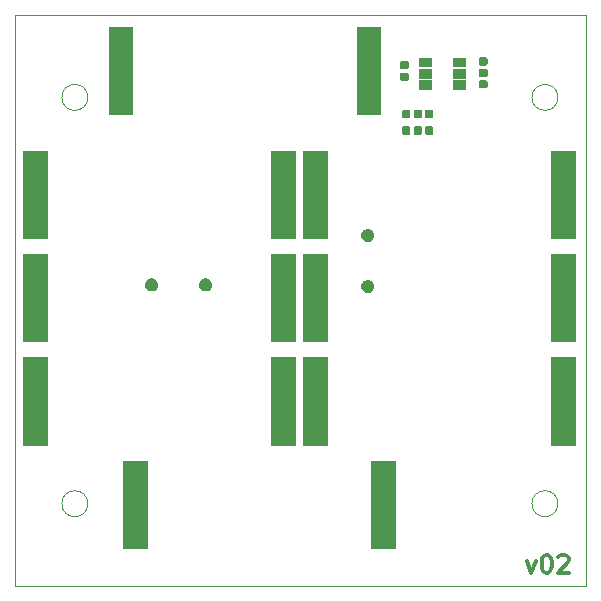
<source format=gbr>
%TF.GenerationSoftware,KiCad,Pcbnew,5.0.2-bee76a0~70~ubuntu18.04.1*%
%TF.CreationDate,2020-02-29T13:17:30-08:00*%
%TF.ProjectId,SolarCellX_v3,536f6c61-7243-4656-9c6c-585f76332e6b,rev?*%
%TF.SameCoordinates,Original*%
%TF.FileFunction,Soldermask,Top*%
%TF.FilePolarity,Negative*%
%FSLAX46Y46*%
G04 Gerber Fmt 4.6, Leading zero omitted, Abs format (unit mm)*
G04 Created by KiCad (PCBNEW 5.0.2-bee76a0~70~ubuntu18.04.1) date Sat 29 Feb 2020 01:17:30 PM PST*
%MOMM*%
%LPD*%
G01*
G04 APERTURE LIST*
%ADD10C,0.300000*%
%ADD11C,0.050000*%
%ADD12C,0.100000*%
G04 APERTURE END LIST*
D10*
X133405785Y-86229071D02*
X133762928Y-87229071D01*
X134120071Y-86229071D01*
X134977214Y-85729071D02*
X135120071Y-85729071D01*
X135262928Y-85800500D01*
X135334357Y-85871928D01*
X135405785Y-86014785D01*
X135477214Y-86300500D01*
X135477214Y-86657642D01*
X135405785Y-86943357D01*
X135334357Y-87086214D01*
X135262928Y-87157642D01*
X135120071Y-87229071D01*
X134977214Y-87229071D01*
X134834357Y-87157642D01*
X134762928Y-87086214D01*
X134691500Y-86943357D01*
X134620071Y-86657642D01*
X134620071Y-86300500D01*
X134691500Y-86014785D01*
X134762928Y-85871928D01*
X134834357Y-85800500D01*
X134977214Y-85729071D01*
X136048642Y-85871928D02*
X136120071Y-85800500D01*
X136262928Y-85729071D01*
X136620071Y-85729071D01*
X136762928Y-85800500D01*
X136834357Y-85871928D01*
X136905785Y-86014785D01*
X136905785Y-86157642D01*
X136834357Y-86371928D01*
X135977214Y-87229071D01*
X136905785Y-87229071D01*
D11*
X96200000Y-47000000D02*
G75*
G03X96200000Y-47000000I-1100000J0D01*
G01*
X96200000Y-81400000D02*
G75*
G03X96200000Y-81400000I-1100000J0D01*
G01*
X136000000Y-81400000D02*
G75*
G03X136000000Y-81400000I-1100000J0D01*
G01*
X136000000Y-47000000D02*
G75*
G03X136000000Y-47000000I-1100000J0D01*
G01*
X90000000Y-88400000D02*
X138400000Y-88400000D01*
X90000000Y-88400000D02*
X90000000Y-40000000D01*
X138400000Y-40000000D02*
X138400000Y-88400000D01*
X90000000Y-40000000D02*
X138400000Y-40000000D01*
D12*
G36*
X122299000Y-85249000D02*
X120201000Y-85249000D01*
X120201000Y-77751000D01*
X122299000Y-77751000D01*
X122299000Y-85249000D01*
X122299000Y-85249000D01*
G37*
G36*
X101299000Y-85249000D02*
X99201000Y-85249000D01*
X99201000Y-77751000D01*
X101299000Y-77751000D01*
X101299000Y-85249000D01*
X101299000Y-85249000D01*
G37*
G36*
X113799000Y-76499000D02*
X111701000Y-76499000D01*
X111701000Y-69001000D01*
X113799000Y-69001000D01*
X113799000Y-76499000D01*
X113799000Y-76499000D01*
G37*
G36*
X92799000Y-76499000D02*
X90701000Y-76499000D01*
X90701000Y-69001000D01*
X92799000Y-69001000D01*
X92799000Y-76499000D01*
X92799000Y-76499000D01*
G37*
G36*
X137549000Y-76499000D02*
X135451000Y-76499000D01*
X135451000Y-69001000D01*
X137549000Y-69001000D01*
X137549000Y-76499000D01*
X137549000Y-76499000D01*
G37*
G36*
X116549000Y-76499000D02*
X114451000Y-76499000D01*
X114451000Y-69001000D01*
X116549000Y-69001000D01*
X116549000Y-76499000D01*
X116549000Y-76499000D01*
G37*
G36*
X113799000Y-67749000D02*
X111701000Y-67749000D01*
X111701000Y-60251000D01*
X113799000Y-60251000D01*
X113799000Y-67749000D01*
X113799000Y-67749000D01*
G37*
G36*
X92799000Y-67749000D02*
X90701000Y-67749000D01*
X90701000Y-60251000D01*
X92799000Y-60251000D01*
X92799000Y-67749000D01*
X92799000Y-67749000D01*
G37*
G36*
X116549000Y-67749000D02*
X114451000Y-67749000D01*
X114451000Y-60251000D01*
X116549000Y-60251000D01*
X116549000Y-67749000D01*
X116549000Y-67749000D01*
G37*
G36*
X137549000Y-67749000D02*
X135451000Y-67749000D01*
X135451000Y-60251000D01*
X137549000Y-60251000D01*
X137549000Y-67749000D01*
X137549000Y-67749000D01*
G37*
G36*
X119995104Y-62453549D02*
X120048138Y-62464098D01*
X120148047Y-62505482D01*
X120148049Y-62505483D01*
X120237967Y-62565564D01*
X120314436Y-62642033D01*
X120356417Y-62704862D01*
X120374518Y-62731953D01*
X120415902Y-62831862D01*
X120437000Y-62937929D01*
X120437000Y-63046071D01*
X120415902Y-63152138D01*
X120374518Y-63252047D01*
X120374517Y-63252049D01*
X120314436Y-63341967D01*
X120237967Y-63418436D01*
X120148049Y-63478517D01*
X120148048Y-63478518D01*
X120148047Y-63478518D01*
X120048138Y-63519902D01*
X119995104Y-63530451D01*
X119942072Y-63541000D01*
X119833928Y-63541000D01*
X119780896Y-63530451D01*
X119727862Y-63519902D01*
X119627953Y-63478518D01*
X119627952Y-63478518D01*
X119627951Y-63478517D01*
X119538033Y-63418436D01*
X119461564Y-63341967D01*
X119401483Y-63252049D01*
X119401482Y-63252047D01*
X119360098Y-63152138D01*
X119339000Y-63046071D01*
X119339000Y-62937929D01*
X119360098Y-62831862D01*
X119401482Y-62731953D01*
X119419584Y-62704862D01*
X119461564Y-62642033D01*
X119538033Y-62565564D01*
X119627951Y-62505483D01*
X119627953Y-62505482D01*
X119727862Y-62464098D01*
X119780896Y-62453549D01*
X119833928Y-62443000D01*
X119942072Y-62443000D01*
X119995104Y-62453549D01*
X119995104Y-62453549D01*
G37*
G36*
X101707104Y-62326549D02*
X101760138Y-62337098D01*
X101860047Y-62378482D01*
X101860049Y-62378483D01*
X101949967Y-62438564D01*
X102026436Y-62515033D01*
X102060200Y-62565564D01*
X102086518Y-62604953D01*
X102127902Y-62704862D01*
X102149000Y-62810929D01*
X102149000Y-62919071D01*
X102127902Y-63025138D01*
X102086518Y-63125047D01*
X102086517Y-63125049D01*
X102026436Y-63214967D01*
X101949967Y-63291436D01*
X101860049Y-63351517D01*
X101860048Y-63351518D01*
X101860047Y-63351518D01*
X101760138Y-63392902D01*
X101654072Y-63414000D01*
X101545928Y-63414000D01*
X101439862Y-63392902D01*
X101339953Y-63351518D01*
X101339952Y-63351518D01*
X101339951Y-63351517D01*
X101250033Y-63291436D01*
X101173564Y-63214967D01*
X101113483Y-63125049D01*
X101113482Y-63125047D01*
X101072098Y-63025138D01*
X101051000Y-62919071D01*
X101051000Y-62810929D01*
X101072098Y-62704862D01*
X101113482Y-62604953D01*
X101139801Y-62565564D01*
X101173564Y-62515033D01*
X101250033Y-62438564D01*
X101339951Y-62378483D01*
X101339953Y-62378482D01*
X101439862Y-62337098D01*
X101492896Y-62326549D01*
X101545928Y-62316000D01*
X101654072Y-62316000D01*
X101707104Y-62326549D01*
X101707104Y-62326549D01*
G37*
G36*
X106279104Y-62326549D02*
X106332138Y-62337098D01*
X106432047Y-62378482D01*
X106432049Y-62378483D01*
X106521967Y-62438564D01*
X106598436Y-62515033D01*
X106632200Y-62565564D01*
X106658518Y-62604953D01*
X106699902Y-62704862D01*
X106721000Y-62810929D01*
X106721000Y-62919071D01*
X106699902Y-63025138D01*
X106658518Y-63125047D01*
X106658517Y-63125049D01*
X106598436Y-63214967D01*
X106521967Y-63291436D01*
X106432049Y-63351517D01*
X106432048Y-63351518D01*
X106432047Y-63351518D01*
X106332138Y-63392902D01*
X106226072Y-63414000D01*
X106117928Y-63414000D01*
X106011862Y-63392902D01*
X105911953Y-63351518D01*
X105911952Y-63351518D01*
X105911951Y-63351517D01*
X105822033Y-63291436D01*
X105745564Y-63214967D01*
X105685483Y-63125049D01*
X105685482Y-63125047D01*
X105644098Y-63025138D01*
X105623000Y-62919071D01*
X105623000Y-62810929D01*
X105644098Y-62704862D01*
X105685482Y-62604953D01*
X105711801Y-62565564D01*
X105745564Y-62515033D01*
X105822033Y-62438564D01*
X105911951Y-62378483D01*
X105911953Y-62378482D01*
X106011862Y-62337098D01*
X106064896Y-62326549D01*
X106117928Y-62316000D01*
X106226072Y-62316000D01*
X106279104Y-62326549D01*
X106279104Y-62326549D01*
G37*
G36*
X119995104Y-58135549D02*
X120048138Y-58146098D01*
X120148047Y-58187482D01*
X120148049Y-58187483D01*
X120237967Y-58247564D01*
X120314436Y-58324033D01*
X120374517Y-58413951D01*
X120415902Y-58513863D01*
X120437000Y-58619928D01*
X120437000Y-58728072D01*
X120415902Y-58834137D01*
X120374517Y-58934049D01*
X120314436Y-59023967D01*
X120237967Y-59100436D01*
X120148049Y-59160517D01*
X120148048Y-59160518D01*
X120148047Y-59160518D01*
X120048138Y-59201902D01*
X119995104Y-59212451D01*
X119942072Y-59223000D01*
X119833928Y-59223000D01*
X119780896Y-59212451D01*
X119727862Y-59201902D01*
X119627953Y-59160518D01*
X119627952Y-59160518D01*
X119627951Y-59160517D01*
X119538033Y-59100436D01*
X119461564Y-59023967D01*
X119401483Y-58934049D01*
X119360098Y-58834137D01*
X119339000Y-58728072D01*
X119339000Y-58619928D01*
X119360098Y-58513863D01*
X119401483Y-58413951D01*
X119461564Y-58324033D01*
X119538033Y-58247564D01*
X119627951Y-58187483D01*
X119627953Y-58187482D01*
X119727862Y-58146098D01*
X119780896Y-58135549D01*
X119833928Y-58125000D01*
X119942072Y-58125000D01*
X119995104Y-58135549D01*
X119995104Y-58135549D01*
G37*
G36*
X137549000Y-58999000D02*
X135451000Y-58999000D01*
X135451000Y-51501000D01*
X137549000Y-51501000D01*
X137549000Y-58999000D01*
X137549000Y-58999000D01*
G37*
G36*
X92799000Y-58999000D02*
X90701000Y-58999000D01*
X90701000Y-51501000D01*
X92799000Y-51501000D01*
X92799000Y-58999000D01*
X92799000Y-58999000D01*
G37*
G36*
X113799000Y-58999000D02*
X111701000Y-58999000D01*
X111701000Y-51501000D01*
X113799000Y-51501000D01*
X113799000Y-58999000D01*
X113799000Y-58999000D01*
G37*
G36*
X116549000Y-58999000D02*
X114451000Y-58999000D01*
X114451000Y-51501000D01*
X116549000Y-51501000D01*
X116549000Y-58999000D01*
X116549000Y-58999000D01*
G37*
G36*
X123391653Y-49442064D02*
X123419228Y-49450430D01*
X123444642Y-49464014D01*
X123466922Y-49482298D01*
X123485206Y-49504578D01*
X123498790Y-49529992D01*
X123507156Y-49557567D01*
X123510220Y-49588684D01*
X123510220Y-50027316D01*
X123507156Y-50058433D01*
X123498790Y-50086008D01*
X123485206Y-50111422D01*
X123466922Y-50133702D01*
X123444642Y-50151986D01*
X123419228Y-50165570D01*
X123391653Y-50173936D01*
X123360536Y-50177000D01*
X122971904Y-50177000D01*
X122940787Y-50173936D01*
X122913212Y-50165570D01*
X122887798Y-50151986D01*
X122865518Y-50133702D01*
X122847234Y-50111422D01*
X122833650Y-50086008D01*
X122825284Y-50058433D01*
X122822220Y-50027316D01*
X122822220Y-49588684D01*
X122825284Y-49557567D01*
X122833650Y-49529992D01*
X122847234Y-49504578D01*
X122865518Y-49482298D01*
X122887798Y-49464014D01*
X122913212Y-49450430D01*
X122940787Y-49442064D01*
X122971904Y-49439000D01*
X123360536Y-49439000D01*
X123391653Y-49442064D01*
X123391653Y-49442064D01*
G37*
G36*
X125331933Y-49442064D02*
X125359508Y-49450430D01*
X125384922Y-49464014D01*
X125407202Y-49482298D01*
X125425486Y-49504578D01*
X125439070Y-49529992D01*
X125447436Y-49557567D01*
X125450500Y-49588684D01*
X125450500Y-50027316D01*
X125447436Y-50058433D01*
X125439070Y-50086008D01*
X125425486Y-50111422D01*
X125407202Y-50133702D01*
X125384922Y-50151986D01*
X125359508Y-50165570D01*
X125331933Y-50173936D01*
X125300816Y-50177000D01*
X124912184Y-50177000D01*
X124881067Y-50173936D01*
X124853492Y-50165570D01*
X124828078Y-50151986D01*
X124805798Y-50133702D01*
X124787514Y-50111422D01*
X124773930Y-50086008D01*
X124765564Y-50058433D01*
X124762500Y-50027316D01*
X124762500Y-49588684D01*
X124765564Y-49557567D01*
X124773930Y-49529992D01*
X124787514Y-49504578D01*
X124805798Y-49482298D01*
X124828078Y-49464014D01*
X124853492Y-49450430D01*
X124881067Y-49442064D01*
X124912184Y-49439000D01*
X125300816Y-49439000D01*
X125331933Y-49442064D01*
X125331933Y-49442064D01*
G37*
G36*
X124361933Y-49442064D02*
X124389508Y-49450430D01*
X124414922Y-49464014D01*
X124437202Y-49482298D01*
X124455486Y-49504578D01*
X124469070Y-49529992D01*
X124477436Y-49557567D01*
X124480500Y-49588684D01*
X124480500Y-50027316D01*
X124477436Y-50058433D01*
X124469070Y-50086008D01*
X124455486Y-50111422D01*
X124437202Y-50133702D01*
X124414922Y-50151986D01*
X124389508Y-50165570D01*
X124361933Y-50173936D01*
X124330816Y-50177000D01*
X123941904Y-50177000D01*
X123910787Y-50173936D01*
X123883212Y-50165570D01*
X123857798Y-50151986D01*
X123835518Y-50133702D01*
X123817234Y-50111422D01*
X123803650Y-50086008D01*
X123795284Y-50058433D01*
X123792220Y-50027316D01*
X123792220Y-49588684D01*
X123795284Y-49557567D01*
X123803650Y-49529992D01*
X123817234Y-49504578D01*
X123835518Y-49482298D01*
X123857798Y-49464014D01*
X123883212Y-49450430D01*
X123910787Y-49442064D01*
X123941904Y-49439000D01*
X124330816Y-49439000D01*
X124361933Y-49442064D01*
X124361933Y-49442064D01*
G37*
G36*
X123391653Y-48045064D02*
X123419228Y-48053430D01*
X123444642Y-48067014D01*
X123466922Y-48085298D01*
X123485206Y-48107578D01*
X123498790Y-48132992D01*
X123507156Y-48160567D01*
X123510220Y-48191684D01*
X123510220Y-48630316D01*
X123507156Y-48661433D01*
X123498790Y-48689008D01*
X123485206Y-48714422D01*
X123466922Y-48736702D01*
X123444642Y-48754986D01*
X123419228Y-48768570D01*
X123391653Y-48776936D01*
X123360536Y-48780000D01*
X122971904Y-48780000D01*
X122940787Y-48776936D01*
X122913212Y-48768570D01*
X122887798Y-48754986D01*
X122865518Y-48736702D01*
X122847234Y-48714422D01*
X122833650Y-48689008D01*
X122825284Y-48661433D01*
X122822220Y-48630316D01*
X122822220Y-48191684D01*
X122825284Y-48160567D01*
X122833650Y-48132992D01*
X122847234Y-48107578D01*
X122865518Y-48085298D01*
X122887798Y-48067014D01*
X122913212Y-48053430D01*
X122940787Y-48045064D01*
X122971904Y-48042000D01*
X123360536Y-48042000D01*
X123391653Y-48045064D01*
X123391653Y-48045064D01*
G37*
G36*
X124361933Y-48045064D02*
X124389508Y-48053430D01*
X124414922Y-48067014D01*
X124437202Y-48085298D01*
X124455486Y-48107578D01*
X124469070Y-48132992D01*
X124477436Y-48160567D01*
X124480500Y-48191684D01*
X124480500Y-48630316D01*
X124477436Y-48661433D01*
X124469070Y-48689008D01*
X124455486Y-48714422D01*
X124437202Y-48736702D01*
X124414922Y-48754986D01*
X124389508Y-48768570D01*
X124361933Y-48776936D01*
X124330816Y-48780000D01*
X123941904Y-48780000D01*
X123910787Y-48776936D01*
X123883212Y-48768570D01*
X123857798Y-48754986D01*
X123835518Y-48736702D01*
X123817234Y-48714422D01*
X123803650Y-48689008D01*
X123795284Y-48661433D01*
X123792220Y-48630316D01*
X123792220Y-48191684D01*
X123795284Y-48160567D01*
X123803650Y-48132992D01*
X123817234Y-48107578D01*
X123835518Y-48085298D01*
X123857798Y-48067014D01*
X123883212Y-48053430D01*
X123910787Y-48045064D01*
X123941904Y-48042000D01*
X124330816Y-48042000D01*
X124361933Y-48045064D01*
X124361933Y-48045064D01*
G37*
G36*
X125331933Y-48045064D02*
X125359508Y-48053430D01*
X125384922Y-48067014D01*
X125407202Y-48085298D01*
X125425486Y-48107578D01*
X125439070Y-48132992D01*
X125447436Y-48160567D01*
X125450500Y-48191684D01*
X125450500Y-48630316D01*
X125447436Y-48661433D01*
X125439070Y-48689008D01*
X125425486Y-48714422D01*
X125407202Y-48736702D01*
X125384922Y-48754986D01*
X125359508Y-48768570D01*
X125331933Y-48776936D01*
X125300816Y-48780000D01*
X124912184Y-48780000D01*
X124881067Y-48776936D01*
X124853492Y-48768570D01*
X124828078Y-48754986D01*
X124805798Y-48736702D01*
X124787514Y-48714422D01*
X124773930Y-48689008D01*
X124765564Y-48661433D01*
X124762500Y-48630316D01*
X124762500Y-48191684D01*
X124765564Y-48160567D01*
X124773930Y-48132992D01*
X124787514Y-48107578D01*
X124805798Y-48085298D01*
X124828078Y-48067014D01*
X124853492Y-48053430D01*
X124881067Y-48045064D01*
X124912184Y-48042000D01*
X125300816Y-48042000D01*
X125331933Y-48045064D01*
X125331933Y-48045064D01*
G37*
G36*
X121049000Y-48499000D02*
X118951000Y-48499000D01*
X118951000Y-41001000D01*
X121049000Y-41001000D01*
X121049000Y-48499000D01*
X121049000Y-48499000D01*
G37*
G36*
X100049000Y-48499000D02*
X97951000Y-48499000D01*
X97951000Y-41001000D01*
X100049000Y-41001000D01*
X100049000Y-48499000D01*
X100049000Y-48499000D01*
G37*
G36*
X125349000Y-46349000D02*
X124251000Y-46349000D01*
X124251000Y-45551000D01*
X125349000Y-45551000D01*
X125349000Y-46349000D01*
X125349000Y-46349000D01*
G37*
G36*
X128249000Y-46349000D02*
X127151000Y-46349000D01*
X127151000Y-45551000D01*
X128249000Y-45551000D01*
X128249000Y-46349000D01*
X128249000Y-46349000D01*
G37*
G36*
X129927433Y-45560064D02*
X129955008Y-45568430D01*
X129980422Y-45582014D01*
X130002702Y-45600298D01*
X130020986Y-45622578D01*
X130034570Y-45647992D01*
X130042936Y-45675567D01*
X130046000Y-45706684D01*
X130046000Y-46095316D01*
X130042936Y-46126433D01*
X130034570Y-46154008D01*
X130020986Y-46179422D01*
X130002702Y-46201702D01*
X129980422Y-46219986D01*
X129955008Y-46233570D01*
X129927433Y-46241936D01*
X129896316Y-46245000D01*
X129457684Y-46245000D01*
X129426567Y-46241936D01*
X129398992Y-46233570D01*
X129373578Y-46219986D01*
X129351298Y-46201702D01*
X129333014Y-46179422D01*
X129319430Y-46154008D01*
X129311064Y-46126433D01*
X129308000Y-46095316D01*
X129308000Y-45706684D01*
X129311064Y-45675567D01*
X129319430Y-45647992D01*
X129333014Y-45622578D01*
X129351298Y-45600298D01*
X129373578Y-45582014D01*
X129398992Y-45568430D01*
X129426567Y-45560064D01*
X129457684Y-45557000D01*
X129896316Y-45557000D01*
X129927433Y-45560064D01*
X129927433Y-45560064D01*
G37*
G36*
X123250433Y-44894064D02*
X123278008Y-44902430D01*
X123303422Y-44916014D01*
X123325702Y-44934298D01*
X123343986Y-44956578D01*
X123357570Y-44981992D01*
X123365936Y-45009567D01*
X123369000Y-45040684D01*
X123369000Y-45429316D01*
X123365936Y-45460433D01*
X123357570Y-45488008D01*
X123343986Y-45513422D01*
X123325702Y-45535702D01*
X123303422Y-45553986D01*
X123278008Y-45567570D01*
X123250433Y-45575936D01*
X123219316Y-45579000D01*
X122780684Y-45579000D01*
X122749567Y-45575936D01*
X122721992Y-45567570D01*
X122696578Y-45553986D01*
X122674298Y-45535702D01*
X122656014Y-45513422D01*
X122642430Y-45488008D01*
X122634064Y-45460433D01*
X122631000Y-45429316D01*
X122631000Y-45040684D01*
X122634064Y-45009567D01*
X122642430Y-44981992D01*
X122656014Y-44956578D01*
X122674298Y-44934298D01*
X122696578Y-44916014D01*
X122721992Y-44902430D01*
X122749567Y-44894064D01*
X122780684Y-44891000D01*
X123219316Y-44891000D01*
X123250433Y-44894064D01*
X123250433Y-44894064D01*
G37*
G36*
X125349000Y-45399000D02*
X124251000Y-45399000D01*
X124251000Y-44601000D01*
X125349000Y-44601000D01*
X125349000Y-45399000D01*
X125349000Y-45399000D01*
G37*
G36*
X128249000Y-45399000D02*
X127151000Y-45399000D01*
X127151000Y-44601000D01*
X128249000Y-44601000D01*
X128249000Y-45399000D01*
X128249000Y-45399000D01*
G37*
G36*
X129927433Y-44584564D02*
X129955008Y-44592930D01*
X129980422Y-44606514D01*
X130002702Y-44624798D01*
X130020986Y-44647078D01*
X130034570Y-44672492D01*
X130042936Y-44700067D01*
X130046000Y-44731184D01*
X130046000Y-45125316D01*
X130042936Y-45156433D01*
X130034570Y-45184008D01*
X130020986Y-45209422D01*
X130002702Y-45231702D01*
X129980422Y-45249986D01*
X129955008Y-45263570D01*
X129927433Y-45271936D01*
X129896316Y-45275000D01*
X129457684Y-45275000D01*
X129426567Y-45271936D01*
X129398992Y-45263570D01*
X129373578Y-45249986D01*
X129351298Y-45231702D01*
X129333014Y-45209422D01*
X129319430Y-45184008D01*
X129311064Y-45156433D01*
X129308000Y-45125316D01*
X129308000Y-44731184D01*
X129311064Y-44700067D01*
X129319430Y-44672492D01*
X129333014Y-44647078D01*
X129351298Y-44624798D01*
X129373578Y-44606514D01*
X129398992Y-44592930D01*
X129426567Y-44584564D01*
X129457684Y-44581500D01*
X129896316Y-44581500D01*
X129927433Y-44584564D01*
X129927433Y-44584564D01*
G37*
G36*
X123250433Y-43924064D02*
X123278008Y-43932430D01*
X123303422Y-43946014D01*
X123325702Y-43964298D01*
X123343986Y-43986578D01*
X123357570Y-44011992D01*
X123365936Y-44039567D01*
X123369000Y-44070684D01*
X123369000Y-44459316D01*
X123365936Y-44490433D01*
X123357570Y-44518008D01*
X123343986Y-44543422D01*
X123325702Y-44565702D01*
X123303422Y-44583986D01*
X123278008Y-44597570D01*
X123250433Y-44605936D01*
X123219316Y-44609000D01*
X122780684Y-44609000D01*
X122749567Y-44605936D01*
X122721992Y-44597570D01*
X122696578Y-44583986D01*
X122674298Y-44565702D01*
X122656014Y-44543422D01*
X122642430Y-44518008D01*
X122634064Y-44490433D01*
X122631000Y-44459316D01*
X122631000Y-44070684D01*
X122634064Y-44039567D01*
X122642430Y-44011992D01*
X122656014Y-43986578D01*
X122674298Y-43964298D01*
X122696578Y-43946014D01*
X122721992Y-43932430D01*
X122749567Y-43924064D01*
X122780684Y-43921000D01*
X123219316Y-43921000D01*
X123250433Y-43924064D01*
X123250433Y-43924064D01*
G37*
G36*
X125349000Y-44449000D02*
X124251000Y-44449000D01*
X124251000Y-43651000D01*
X125349000Y-43651000D01*
X125349000Y-44449000D01*
X125349000Y-44449000D01*
G37*
G36*
X128249000Y-44449000D02*
X127151000Y-44449000D01*
X127151000Y-43651000D01*
X128249000Y-43651000D01*
X128249000Y-44449000D01*
X128249000Y-44449000D01*
G37*
G36*
X129927433Y-43614564D02*
X129955008Y-43622930D01*
X129980422Y-43636514D01*
X130002702Y-43654798D01*
X130020986Y-43677078D01*
X130034570Y-43702492D01*
X130042936Y-43730067D01*
X130046000Y-43761184D01*
X130046000Y-44149816D01*
X130042936Y-44180933D01*
X130034570Y-44208508D01*
X130020986Y-44233922D01*
X130002702Y-44256202D01*
X129980422Y-44274486D01*
X129955008Y-44288070D01*
X129927433Y-44296436D01*
X129896316Y-44299500D01*
X129457684Y-44299500D01*
X129426567Y-44296436D01*
X129398992Y-44288070D01*
X129373578Y-44274486D01*
X129351298Y-44256202D01*
X129333014Y-44233922D01*
X129319430Y-44208508D01*
X129311064Y-44180933D01*
X129308000Y-44149816D01*
X129308000Y-43761184D01*
X129311064Y-43730067D01*
X129319430Y-43702492D01*
X129333014Y-43677078D01*
X129351298Y-43654798D01*
X129373578Y-43636514D01*
X129398992Y-43622930D01*
X129426567Y-43614564D01*
X129457684Y-43611500D01*
X129896316Y-43611500D01*
X129927433Y-43614564D01*
X129927433Y-43614564D01*
G37*
M02*

</source>
